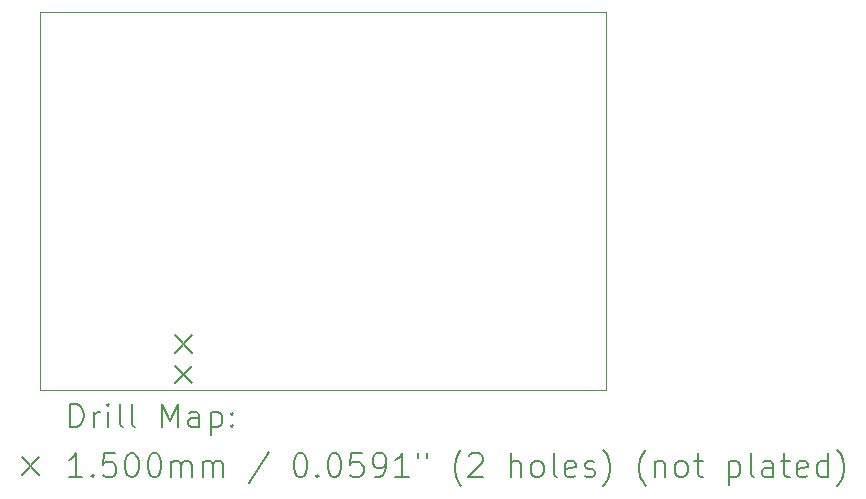
<source format=gbr>
%TF.GenerationSoftware,KiCad,Pcbnew,9.0.2*%
%TF.CreationDate,2025-09-03T17:26:20+01:00*%
%TF.ProjectId,mito,6d69746f-2e6b-4696-9361-645f70636258,rev?*%
%TF.SameCoordinates,Original*%
%TF.FileFunction,Drillmap*%
%TF.FilePolarity,Positive*%
%FSLAX45Y45*%
G04 Gerber Fmt 4.5, Leading zero omitted, Abs format (unit mm)*
G04 Created by KiCad (PCBNEW 9.0.2) date 2025-09-03 17:26:20*
%MOMM*%
%LPD*%
G01*
G04 APERTURE LIST*
%ADD10C,0.050000*%
%ADD11C,0.200000*%
%ADD12C,0.150000*%
G04 APERTURE END LIST*
D10*
X13300000Y-8600000D02*
X18100000Y-8600000D01*
X18100000Y-11800000D01*
X13300000Y-11800000D01*
X13300000Y-8600000D01*
D11*
D12*
X14445000Y-11332500D02*
X14595000Y-11482500D01*
X14595000Y-11332500D02*
X14445000Y-11482500D01*
X14445000Y-11592500D02*
X14595000Y-11742500D01*
X14595000Y-11592500D02*
X14445000Y-11742500D01*
D11*
X13558277Y-12113984D02*
X13558277Y-11913984D01*
X13558277Y-11913984D02*
X13605896Y-11913984D01*
X13605896Y-11913984D02*
X13634467Y-11923508D01*
X13634467Y-11923508D02*
X13653515Y-11942555D01*
X13653515Y-11942555D02*
X13663039Y-11961603D01*
X13663039Y-11961603D02*
X13672562Y-11999698D01*
X13672562Y-11999698D02*
X13672562Y-12028269D01*
X13672562Y-12028269D02*
X13663039Y-12066365D01*
X13663039Y-12066365D02*
X13653515Y-12085412D01*
X13653515Y-12085412D02*
X13634467Y-12104460D01*
X13634467Y-12104460D02*
X13605896Y-12113984D01*
X13605896Y-12113984D02*
X13558277Y-12113984D01*
X13758277Y-12113984D02*
X13758277Y-11980650D01*
X13758277Y-12018746D02*
X13767801Y-11999698D01*
X13767801Y-11999698D02*
X13777324Y-11990174D01*
X13777324Y-11990174D02*
X13796372Y-11980650D01*
X13796372Y-11980650D02*
X13815420Y-11980650D01*
X13882086Y-12113984D02*
X13882086Y-11980650D01*
X13882086Y-11913984D02*
X13872562Y-11923508D01*
X13872562Y-11923508D02*
X13882086Y-11933031D01*
X13882086Y-11933031D02*
X13891610Y-11923508D01*
X13891610Y-11923508D02*
X13882086Y-11913984D01*
X13882086Y-11913984D02*
X13882086Y-11933031D01*
X14005896Y-12113984D02*
X13986848Y-12104460D01*
X13986848Y-12104460D02*
X13977324Y-12085412D01*
X13977324Y-12085412D02*
X13977324Y-11913984D01*
X14110658Y-12113984D02*
X14091610Y-12104460D01*
X14091610Y-12104460D02*
X14082086Y-12085412D01*
X14082086Y-12085412D02*
X14082086Y-11913984D01*
X14339229Y-12113984D02*
X14339229Y-11913984D01*
X14339229Y-11913984D02*
X14405896Y-12056841D01*
X14405896Y-12056841D02*
X14472562Y-11913984D01*
X14472562Y-11913984D02*
X14472562Y-12113984D01*
X14653515Y-12113984D02*
X14653515Y-12009222D01*
X14653515Y-12009222D02*
X14643991Y-11990174D01*
X14643991Y-11990174D02*
X14624943Y-11980650D01*
X14624943Y-11980650D02*
X14586848Y-11980650D01*
X14586848Y-11980650D02*
X14567801Y-11990174D01*
X14653515Y-12104460D02*
X14634467Y-12113984D01*
X14634467Y-12113984D02*
X14586848Y-12113984D01*
X14586848Y-12113984D02*
X14567801Y-12104460D01*
X14567801Y-12104460D02*
X14558277Y-12085412D01*
X14558277Y-12085412D02*
X14558277Y-12066365D01*
X14558277Y-12066365D02*
X14567801Y-12047317D01*
X14567801Y-12047317D02*
X14586848Y-12037793D01*
X14586848Y-12037793D02*
X14634467Y-12037793D01*
X14634467Y-12037793D02*
X14653515Y-12028269D01*
X14748753Y-11980650D02*
X14748753Y-12180650D01*
X14748753Y-11990174D02*
X14767801Y-11980650D01*
X14767801Y-11980650D02*
X14805896Y-11980650D01*
X14805896Y-11980650D02*
X14824943Y-11990174D01*
X14824943Y-11990174D02*
X14834467Y-11999698D01*
X14834467Y-11999698D02*
X14843991Y-12018746D01*
X14843991Y-12018746D02*
X14843991Y-12075888D01*
X14843991Y-12075888D02*
X14834467Y-12094936D01*
X14834467Y-12094936D02*
X14824943Y-12104460D01*
X14824943Y-12104460D02*
X14805896Y-12113984D01*
X14805896Y-12113984D02*
X14767801Y-12113984D01*
X14767801Y-12113984D02*
X14748753Y-12104460D01*
X14929705Y-12094936D02*
X14939229Y-12104460D01*
X14939229Y-12104460D02*
X14929705Y-12113984D01*
X14929705Y-12113984D02*
X14920182Y-12104460D01*
X14920182Y-12104460D02*
X14929705Y-12094936D01*
X14929705Y-12094936D02*
X14929705Y-12113984D01*
X14929705Y-11990174D02*
X14939229Y-11999698D01*
X14939229Y-11999698D02*
X14929705Y-12009222D01*
X14929705Y-12009222D02*
X14920182Y-11999698D01*
X14920182Y-11999698D02*
X14929705Y-11990174D01*
X14929705Y-11990174D02*
X14929705Y-12009222D01*
D12*
X13147500Y-12367500D02*
X13297500Y-12517500D01*
X13297500Y-12367500D02*
X13147500Y-12517500D01*
D11*
X13663039Y-12533984D02*
X13548753Y-12533984D01*
X13605896Y-12533984D02*
X13605896Y-12333984D01*
X13605896Y-12333984D02*
X13586848Y-12362555D01*
X13586848Y-12362555D02*
X13567801Y-12381603D01*
X13567801Y-12381603D02*
X13548753Y-12391127D01*
X13748753Y-12514936D02*
X13758277Y-12524460D01*
X13758277Y-12524460D02*
X13748753Y-12533984D01*
X13748753Y-12533984D02*
X13739229Y-12524460D01*
X13739229Y-12524460D02*
X13748753Y-12514936D01*
X13748753Y-12514936D02*
X13748753Y-12533984D01*
X13939229Y-12333984D02*
X13843991Y-12333984D01*
X13843991Y-12333984D02*
X13834467Y-12429222D01*
X13834467Y-12429222D02*
X13843991Y-12419698D01*
X13843991Y-12419698D02*
X13863039Y-12410174D01*
X13863039Y-12410174D02*
X13910658Y-12410174D01*
X13910658Y-12410174D02*
X13929705Y-12419698D01*
X13929705Y-12419698D02*
X13939229Y-12429222D01*
X13939229Y-12429222D02*
X13948753Y-12448269D01*
X13948753Y-12448269D02*
X13948753Y-12495888D01*
X13948753Y-12495888D02*
X13939229Y-12514936D01*
X13939229Y-12514936D02*
X13929705Y-12524460D01*
X13929705Y-12524460D02*
X13910658Y-12533984D01*
X13910658Y-12533984D02*
X13863039Y-12533984D01*
X13863039Y-12533984D02*
X13843991Y-12524460D01*
X13843991Y-12524460D02*
X13834467Y-12514936D01*
X14072562Y-12333984D02*
X14091610Y-12333984D01*
X14091610Y-12333984D02*
X14110658Y-12343508D01*
X14110658Y-12343508D02*
X14120182Y-12353031D01*
X14120182Y-12353031D02*
X14129705Y-12372079D01*
X14129705Y-12372079D02*
X14139229Y-12410174D01*
X14139229Y-12410174D02*
X14139229Y-12457793D01*
X14139229Y-12457793D02*
X14129705Y-12495888D01*
X14129705Y-12495888D02*
X14120182Y-12514936D01*
X14120182Y-12514936D02*
X14110658Y-12524460D01*
X14110658Y-12524460D02*
X14091610Y-12533984D01*
X14091610Y-12533984D02*
X14072562Y-12533984D01*
X14072562Y-12533984D02*
X14053515Y-12524460D01*
X14053515Y-12524460D02*
X14043991Y-12514936D01*
X14043991Y-12514936D02*
X14034467Y-12495888D01*
X14034467Y-12495888D02*
X14024943Y-12457793D01*
X14024943Y-12457793D02*
X14024943Y-12410174D01*
X14024943Y-12410174D02*
X14034467Y-12372079D01*
X14034467Y-12372079D02*
X14043991Y-12353031D01*
X14043991Y-12353031D02*
X14053515Y-12343508D01*
X14053515Y-12343508D02*
X14072562Y-12333984D01*
X14263039Y-12333984D02*
X14282086Y-12333984D01*
X14282086Y-12333984D02*
X14301134Y-12343508D01*
X14301134Y-12343508D02*
X14310658Y-12353031D01*
X14310658Y-12353031D02*
X14320182Y-12372079D01*
X14320182Y-12372079D02*
X14329705Y-12410174D01*
X14329705Y-12410174D02*
X14329705Y-12457793D01*
X14329705Y-12457793D02*
X14320182Y-12495888D01*
X14320182Y-12495888D02*
X14310658Y-12514936D01*
X14310658Y-12514936D02*
X14301134Y-12524460D01*
X14301134Y-12524460D02*
X14282086Y-12533984D01*
X14282086Y-12533984D02*
X14263039Y-12533984D01*
X14263039Y-12533984D02*
X14243991Y-12524460D01*
X14243991Y-12524460D02*
X14234467Y-12514936D01*
X14234467Y-12514936D02*
X14224943Y-12495888D01*
X14224943Y-12495888D02*
X14215420Y-12457793D01*
X14215420Y-12457793D02*
X14215420Y-12410174D01*
X14215420Y-12410174D02*
X14224943Y-12372079D01*
X14224943Y-12372079D02*
X14234467Y-12353031D01*
X14234467Y-12353031D02*
X14243991Y-12343508D01*
X14243991Y-12343508D02*
X14263039Y-12333984D01*
X14415420Y-12533984D02*
X14415420Y-12400650D01*
X14415420Y-12419698D02*
X14424943Y-12410174D01*
X14424943Y-12410174D02*
X14443991Y-12400650D01*
X14443991Y-12400650D02*
X14472563Y-12400650D01*
X14472563Y-12400650D02*
X14491610Y-12410174D01*
X14491610Y-12410174D02*
X14501134Y-12429222D01*
X14501134Y-12429222D02*
X14501134Y-12533984D01*
X14501134Y-12429222D02*
X14510658Y-12410174D01*
X14510658Y-12410174D02*
X14529705Y-12400650D01*
X14529705Y-12400650D02*
X14558277Y-12400650D01*
X14558277Y-12400650D02*
X14577324Y-12410174D01*
X14577324Y-12410174D02*
X14586848Y-12429222D01*
X14586848Y-12429222D02*
X14586848Y-12533984D01*
X14682086Y-12533984D02*
X14682086Y-12400650D01*
X14682086Y-12419698D02*
X14691610Y-12410174D01*
X14691610Y-12410174D02*
X14710658Y-12400650D01*
X14710658Y-12400650D02*
X14739229Y-12400650D01*
X14739229Y-12400650D02*
X14758277Y-12410174D01*
X14758277Y-12410174D02*
X14767801Y-12429222D01*
X14767801Y-12429222D02*
X14767801Y-12533984D01*
X14767801Y-12429222D02*
X14777324Y-12410174D01*
X14777324Y-12410174D02*
X14796372Y-12400650D01*
X14796372Y-12400650D02*
X14824943Y-12400650D01*
X14824943Y-12400650D02*
X14843991Y-12410174D01*
X14843991Y-12410174D02*
X14853515Y-12429222D01*
X14853515Y-12429222D02*
X14853515Y-12533984D01*
X15243991Y-12324460D02*
X15072563Y-12581603D01*
X15501134Y-12333984D02*
X15520182Y-12333984D01*
X15520182Y-12333984D02*
X15539229Y-12343508D01*
X15539229Y-12343508D02*
X15548753Y-12353031D01*
X15548753Y-12353031D02*
X15558277Y-12372079D01*
X15558277Y-12372079D02*
X15567801Y-12410174D01*
X15567801Y-12410174D02*
X15567801Y-12457793D01*
X15567801Y-12457793D02*
X15558277Y-12495888D01*
X15558277Y-12495888D02*
X15548753Y-12514936D01*
X15548753Y-12514936D02*
X15539229Y-12524460D01*
X15539229Y-12524460D02*
X15520182Y-12533984D01*
X15520182Y-12533984D02*
X15501134Y-12533984D01*
X15501134Y-12533984D02*
X15482086Y-12524460D01*
X15482086Y-12524460D02*
X15472563Y-12514936D01*
X15472563Y-12514936D02*
X15463039Y-12495888D01*
X15463039Y-12495888D02*
X15453515Y-12457793D01*
X15453515Y-12457793D02*
X15453515Y-12410174D01*
X15453515Y-12410174D02*
X15463039Y-12372079D01*
X15463039Y-12372079D02*
X15472563Y-12353031D01*
X15472563Y-12353031D02*
X15482086Y-12343508D01*
X15482086Y-12343508D02*
X15501134Y-12333984D01*
X15653515Y-12514936D02*
X15663039Y-12524460D01*
X15663039Y-12524460D02*
X15653515Y-12533984D01*
X15653515Y-12533984D02*
X15643991Y-12524460D01*
X15643991Y-12524460D02*
X15653515Y-12514936D01*
X15653515Y-12514936D02*
X15653515Y-12533984D01*
X15786848Y-12333984D02*
X15805896Y-12333984D01*
X15805896Y-12333984D02*
X15824944Y-12343508D01*
X15824944Y-12343508D02*
X15834467Y-12353031D01*
X15834467Y-12353031D02*
X15843991Y-12372079D01*
X15843991Y-12372079D02*
X15853515Y-12410174D01*
X15853515Y-12410174D02*
X15853515Y-12457793D01*
X15853515Y-12457793D02*
X15843991Y-12495888D01*
X15843991Y-12495888D02*
X15834467Y-12514936D01*
X15834467Y-12514936D02*
X15824944Y-12524460D01*
X15824944Y-12524460D02*
X15805896Y-12533984D01*
X15805896Y-12533984D02*
X15786848Y-12533984D01*
X15786848Y-12533984D02*
X15767801Y-12524460D01*
X15767801Y-12524460D02*
X15758277Y-12514936D01*
X15758277Y-12514936D02*
X15748753Y-12495888D01*
X15748753Y-12495888D02*
X15739229Y-12457793D01*
X15739229Y-12457793D02*
X15739229Y-12410174D01*
X15739229Y-12410174D02*
X15748753Y-12372079D01*
X15748753Y-12372079D02*
X15758277Y-12353031D01*
X15758277Y-12353031D02*
X15767801Y-12343508D01*
X15767801Y-12343508D02*
X15786848Y-12333984D01*
X16034467Y-12333984D02*
X15939229Y-12333984D01*
X15939229Y-12333984D02*
X15929706Y-12429222D01*
X15929706Y-12429222D02*
X15939229Y-12419698D01*
X15939229Y-12419698D02*
X15958277Y-12410174D01*
X15958277Y-12410174D02*
X16005896Y-12410174D01*
X16005896Y-12410174D02*
X16024944Y-12419698D01*
X16024944Y-12419698D02*
X16034467Y-12429222D01*
X16034467Y-12429222D02*
X16043991Y-12448269D01*
X16043991Y-12448269D02*
X16043991Y-12495888D01*
X16043991Y-12495888D02*
X16034467Y-12514936D01*
X16034467Y-12514936D02*
X16024944Y-12524460D01*
X16024944Y-12524460D02*
X16005896Y-12533984D01*
X16005896Y-12533984D02*
X15958277Y-12533984D01*
X15958277Y-12533984D02*
X15939229Y-12524460D01*
X15939229Y-12524460D02*
X15929706Y-12514936D01*
X16139229Y-12533984D02*
X16177325Y-12533984D01*
X16177325Y-12533984D02*
X16196372Y-12524460D01*
X16196372Y-12524460D02*
X16205896Y-12514936D01*
X16205896Y-12514936D02*
X16224944Y-12486365D01*
X16224944Y-12486365D02*
X16234467Y-12448269D01*
X16234467Y-12448269D02*
X16234467Y-12372079D01*
X16234467Y-12372079D02*
X16224944Y-12353031D01*
X16224944Y-12353031D02*
X16215420Y-12343508D01*
X16215420Y-12343508D02*
X16196372Y-12333984D01*
X16196372Y-12333984D02*
X16158277Y-12333984D01*
X16158277Y-12333984D02*
X16139229Y-12343508D01*
X16139229Y-12343508D02*
X16129706Y-12353031D01*
X16129706Y-12353031D02*
X16120182Y-12372079D01*
X16120182Y-12372079D02*
X16120182Y-12419698D01*
X16120182Y-12419698D02*
X16129706Y-12438746D01*
X16129706Y-12438746D02*
X16139229Y-12448269D01*
X16139229Y-12448269D02*
X16158277Y-12457793D01*
X16158277Y-12457793D02*
X16196372Y-12457793D01*
X16196372Y-12457793D02*
X16215420Y-12448269D01*
X16215420Y-12448269D02*
X16224944Y-12438746D01*
X16224944Y-12438746D02*
X16234467Y-12419698D01*
X16424944Y-12533984D02*
X16310658Y-12533984D01*
X16367801Y-12533984D02*
X16367801Y-12333984D01*
X16367801Y-12333984D02*
X16348753Y-12362555D01*
X16348753Y-12362555D02*
X16329706Y-12381603D01*
X16329706Y-12381603D02*
X16310658Y-12391127D01*
X16501134Y-12333984D02*
X16501134Y-12372079D01*
X16577325Y-12333984D02*
X16577325Y-12372079D01*
X16872563Y-12610174D02*
X16863039Y-12600650D01*
X16863039Y-12600650D02*
X16843991Y-12572079D01*
X16843991Y-12572079D02*
X16834468Y-12553031D01*
X16834468Y-12553031D02*
X16824944Y-12524460D01*
X16824944Y-12524460D02*
X16815420Y-12476841D01*
X16815420Y-12476841D02*
X16815420Y-12438746D01*
X16815420Y-12438746D02*
X16824944Y-12391127D01*
X16824944Y-12391127D02*
X16834468Y-12362555D01*
X16834468Y-12362555D02*
X16843991Y-12343508D01*
X16843991Y-12343508D02*
X16863039Y-12314936D01*
X16863039Y-12314936D02*
X16872563Y-12305412D01*
X16939230Y-12353031D02*
X16948753Y-12343508D01*
X16948753Y-12343508D02*
X16967801Y-12333984D01*
X16967801Y-12333984D02*
X17015420Y-12333984D01*
X17015420Y-12333984D02*
X17034468Y-12343508D01*
X17034468Y-12343508D02*
X17043991Y-12353031D01*
X17043991Y-12353031D02*
X17053515Y-12372079D01*
X17053515Y-12372079D02*
X17053515Y-12391127D01*
X17053515Y-12391127D02*
X17043991Y-12419698D01*
X17043991Y-12419698D02*
X16929706Y-12533984D01*
X16929706Y-12533984D02*
X17053515Y-12533984D01*
X17291611Y-12533984D02*
X17291611Y-12333984D01*
X17377325Y-12533984D02*
X17377325Y-12429222D01*
X17377325Y-12429222D02*
X17367801Y-12410174D01*
X17367801Y-12410174D02*
X17348753Y-12400650D01*
X17348753Y-12400650D02*
X17320182Y-12400650D01*
X17320182Y-12400650D02*
X17301134Y-12410174D01*
X17301134Y-12410174D02*
X17291611Y-12419698D01*
X17501134Y-12533984D02*
X17482087Y-12524460D01*
X17482087Y-12524460D02*
X17472563Y-12514936D01*
X17472563Y-12514936D02*
X17463039Y-12495888D01*
X17463039Y-12495888D02*
X17463039Y-12438746D01*
X17463039Y-12438746D02*
X17472563Y-12419698D01*
X17472563Y-12419698D02*
X17482087Y-12410174D01*
X17482087Y-12410174D02*
X17501134Y-12400650D01*
X17501134Y-12400650D02*
X17529706Y-12400650D01*
X17529706Y-12400650D02*
X17548753Y-12410174D01*
X17548753Y-12410174D02*
X17558277Y-12419698D01*
X17558277Y-12419698D02*
X17567801Y-12438746D01*
X17567801Y-12438746D02*
X17567801Y-12495888D01*
X17567801Y-12495888D02*
X17558277Y-12514936D01*
X17558277Y-12514936D02*
X17548753Y-12524460D01*
X17548753Y-12524460D02*
X17529706Y-12533984D01*
X17529706Y-12533984D02*
X17501134Y-12533984D01*
X17682087Y-12533984D02*
X17663039Y-12524460D01*
X17663039Y-12524460D02*
X17653515Y-12505412D01*
X17653515Y-12505412D02*
X17653515Y-12333984D01*
X17834468Y-12524460D02*
X17815420Y-12533984D01*
X17815420Y-12533984D02*
X17777325Y-12533984D01*
X17777325Y-12533984D02*
X17758277Y-12524460D01*
X17758277Y-12524460D02*
X17748753Y-12505412D01*
X17748753Y-12505412D02*
X17748753Y-12429222D01*
X17748753Y-12429222D02*
X17758277Y-12410174D01*
X17758277Y-12410174D02*
X17777325Y-12400650D01*
X17777325Y-12400650D02*
X17815420Y-12400650D01*
X17815420Y-12400650D02*
X17834468Y-12410174D01*
X17834468Y-12410174D02*
X17843992Y-12429222D01*
X17843992Y-12429222D02*
X17843992Y-12448269D01*
X17843992Y-12448269D02*
X17748753Y-12467317D01*
X17920182Y-12524460D02*
X17939230Y-12533984D01*
X17939230Y-12533984D02*
X17977325Y-12533984D01*
X17977325Y-12533984D02*
X17996373Y-12524460D01*
X17996373Y-12524460D02*
X18005896Y-12505412D01*
X18005896Y-12505412D02*
X18005896Y-12495888D01*
X18005896Y-12495888D02*
X17996373Y-12476841D01*
X17996373Y-12476841D02*
X17977325Y-12467317D01*
X17977325Y-12467317D02*
X17948753Y-12467317D01*
X17948753Y-12467317D02*
X17929706Y-12457793D01*
X17929706Y-12457793D02*
X17920182Y-12438746D01*
X17920182Y-12438746D02*
X17920182Y-12429222D01*
X17920182Y-12429222D02*
X17929706Y-12410174D01*
X17929706Y-12410174D02*
X17948753Y-12400650D01*
X17948753Y-12400650D02*
X17977325Y-12400650D01*
X17977325Y-12400650D02*
X17996373Y-12410174D01*
X18072563Y-12610174D02*
X18082087Y-12600650D01*
X18082087Y-12600650D02*
X18101134Y-12572079D01*
X18101134Y-12572079D02*
X18110658Y-12553031D01*
X18110658Y-12553031D02*
X18120182Y-12524460D01*
X18120182Y-12524460D02*
X18129706Y-12476841D01*
X18129706Y-12476841D02*
X18129706Y-12438746D01*
X18129706Y-12438746D02*
X18120182Y-12391127D01*
X18120182Y-12391127D02*
X18110658Y-12362555D01*
X18110658Y-12362555D02*
X18101134Y-12343508D01*
X18101134Y-12343508D02*
X18082087Y-12314936D01*
X18082087Y-12314936D02*
X18072563Y-12305412D01*
X18434468Y-12610174D02*
X18424944Y-12600650D01*
X18424944Y-12600650D02*
X18405896Y-12572079D01*
X18405896Y-12572079D02*
X18396373Y-12553031D01*
X18396373Y-12553031D02*
X18386849Y-12524460D01*
X18386849Y-12524460D02*
X18377325Y-12476841D01*
X18377325Y-12476841D02*
X18377325Y-12438746D01*
X18377325Y-12438746D02*
X18386849Y-12391127D01*
X18386849Y-12391127D02*
X18396373Y-12362555D01*
X18396373Y-12362555D02*
X18405896Y-12343508D01*
X18405896Y-12343508D02*
X18424944Y-12314936D01*
X18424944Y-12314936D02*
X18434468Y-12305412D01*
X18510658Y-12400650D02*
X18510658Y-12533984D01*
X18510658Y-12419698D02*
X18520182Y-12410174D01*
X18520182Y-12410174D02*
X18539230Y-12400650D01*
X18539230Y-12400650D02*
X18567801Y-12400650D01*
X18567801Y-12400650D02*
X18586849Y-12410174D01*
X18586849Y-12410174D02*
X18596373Y-12429222D01*
X18596373Y-12429222D02*
X18596373Y-12533984D01*
X18720182Y-12533984D02*
X18701134Y-12524460D01*
X18701134Y-12524460D02*
X18691611Y-12514936D01*
X18691611Y-12514936D02*
X18682087Y-12495888D01*
X18682087Y-12495888D02*
X18682087Y-12438746D01*
X18682087Y-12438746D02*
X18691611Y-12419698D01*
X18691611Y-12419698D02*
X18701134Y-12410174D01*
X18701134Y-12410174D02*
X18720182Y-12400650D01*
X18720182Y-12400650D02*
X18748754Y-12400650D01*
X18748754Y-12400650D02*
X18767801Y-12410174D01*
X18767801Y-12410174D02*
X18777325Y-12419698D01*
X18777325Y-12419698D02*
X18786849Y-12438746D01*
X18786849Y-12438746D02*
X18786849Y-12495888D01*
X18786849Y-12495888D02*
X18777325Y-12514936D01*
X18777325Y-12514936D02*
X18767801Y-12524460D01*
X18767801Y-12524460D02*
X18748754Y-12533984D01*
X18748754Y-12533984D02*
X18720182Y-12533984D01*
X18843992Y-12400650D02*
X18920182Y-12400650D01*
X18872563Y-12333984D02*
X18872563Y-12505412D01*
X18872563Y-12505412D02*
X18882087Y-12524460D01*
X18882087Y-12524460D02*
X18901134Y-12533984D01*
X18901134Y-12533984D02*
X18920182Y-12533984D01*
X19139230Y-12400650D02*
X19139230Y-12600650D01*
X19139230Y-12410174D02*
X19158277Y-12400650D01*
X19158277Y-12400650D02*
X19196373Y-12400650D01*
X19196373Y-12400650D02*
X19215420Y-12410174D01*
X19215420Y-12410174D02*
X19224944Y-12419698D01*
X19224944Y-12419698D02*
X19234468Y-12438746D01*
X19234468Y-12438746D02*
X19234468Y-12495888D01*
X19234468Y-12495888D02*
X19224944Y-12514936D01*
X19224944Y-12514936D02*
X19215420Y-12524460D01*
X19215420Y-12524460D02*
X19196373Y-12533984D01*
X19196373Y-12533984D02*
X19158277Y-12533984D01*
X19158277Y-12533984D02*
X19139230Y-12524460D01*
X19348754Y-12533984D02*
X19329706Y-12524460D01*
X19329706Y-12524460D02*
X19320182Y-12505412D01*
X19320182Y-12505412D02*
X19320182Y-12333984D01*
X19510658Y-12533984D02*
X19510658Y-12429222D01*
X19510658Y-12429222D02*
X19501135Y-12410174D01*
X19501135Y-12410174D02*
X19482087Y-12400650D01*
X19482087Y-12400650D02*
X19443992Y-12400650D01*
X19443992Y-12400650D02*
X19424944Y-12410174D01*
X19510658Y-12524460D02*
X19491611Y-12533984D01*
X19491611Y-12533984D02*
X19443992Y-12533984D01*
X19443992Y-12533984D02*
X19424944Y-12524460D01*
X19424944Y-12524460D02*
X19415420Y-12505412D01*
X19415420Y-12505412D02*
X19415420Y-12486365D01*
X19415420Y-12486365D02*
X19424944Y-12467317D01*
X19424944Y-12467317D02*
X19443992Y-12457793D01*
X19443992Y-12457793D02*
X19491611Y-12457793D01*
X19491611Y-12457793D02*
X19510658Y-12448269D01*
X19577325Y-12400650D02*
X19653515Y-12400650D01*
X19605896Y-12333984D02*
X19605896Y-12505412D01*
X19605896Y-12505412D02*
X19615420Y-12524460D01*
X19615420Y-12524460D02*
X19634468Y-12533984D01*
X19634468Y-12533984D02*
X19653515Y-12533984D01*
X19796373Y-12524460D02*
X19777325Y-12533984D01*
X19777325Y-12533984D02*
X19739230Y-12533984D01*
X19739230Y-12533984D02*
X19720182Y-12524460D01*
X19720182Y-12524460D02*
X19710658Y-12505412D01*
X19710658Y-12505412D02*
X19710658Y-12429222D01*
X19710658Y-12429222D02*
X19720182Y-12410174D01*
X19720182Y-12410174D02*
X19739230Y-12400650D01*
X19739230Y-12400650D02*
X19777325Y-12400650D01*
X19777325Y-12400650D02*
X19796373Y-12410174D01*
X19796373Y-12410174D02*
X19805896Y-12429222D01*
X19805896Y-12429222D02*
X19805896Y-12448269D01*
X19805896Y-12448269D02*
X19710658Y-12467317D01*
X19977325Y-12533984D02*
X19977325Y-12333984D01*
X19977325Y-12524460D02*
X19958277Y-12533984D01*
X19958277Y-12533984D02*
X19920182Y-12533984D01*
X19920182Y-12533984D02*
X19901135Y-12524460D01*
X19901135Y-12524460D02*
X19891611Y-12514936D01*
X19891611Y-12514936D02*
X19882087Y-12495888D01*
X19882087Y-12495888D02*
X19882087Y-12438746D01*
X19882087Y-12438746D02*
X19891611Y-12419698D01*
X19891611Y-12419698D02*
X19901135Y-12410174D01*
X19901135Y-12410174D02*
X19920182Y-12400650D01*
X19920182Y-12400650D02*
X19958277Y-12400650D01*
X19958277Y-12400650D02*
X19977325Y-12410174D01*
X20053516Y-12610174D02*
X20063039Y-12600650D01*
X20063039Y-12600650D02*
X20082087Y-12572079D01*
X20082087Y-12572079D02*
X20091611Y-12553031D01*
X20091611Y-12553031D02*
X20101135Y-12524460D01*
X20101135Y-12524460D02*
X20110658Y-12476841D01*
X20110658Y-12476841D02*
X20110658Y-12438746D01*
X20110658Y-12438746D02*
X20101135Y-12391127D01*
X20101135Y-12391127D02*
X20091611Y-12362555D01*
X20091611Y-12362555D02*
X20082087Y-12343508D01*
X20082087Y-12343508D02*
X20063039Y-12314936D01*
X20063039Y-12314936D02*
X20053516Y-12305412D01*
M02*

</source>
